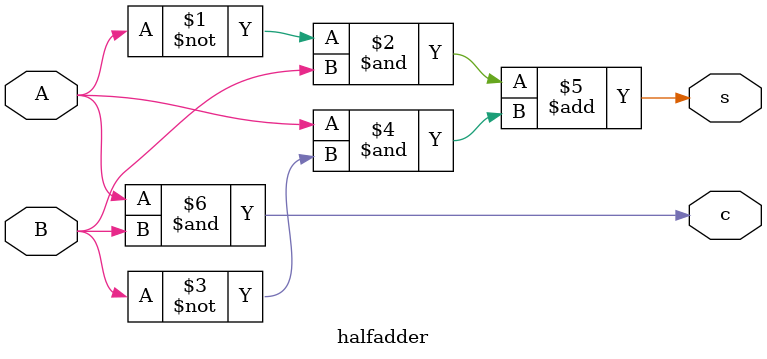
<source format=v>
`timescale 1ns / 1ps
module halfadder(
	input A, B,
	output s, c
	);

assign s = (~A & B) + (A & ~B);
assign c=(A & B);
 
endmodule
</source>
